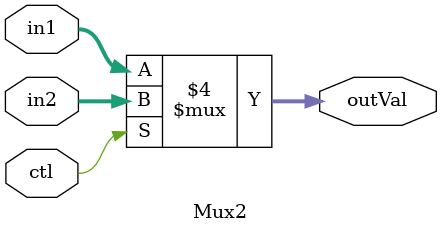
<source format=sv>
module Mux2(
  input [7:0] in1,
  input [7:0] in2,
  input ctl,
  output [7:0] outVal
);

always_comb begin
  if (ctl == 0)
  begin
	outVal = in1;
	end
  else 
  begin
	outVal=in2;
  end
 end
endmodule

</source>
